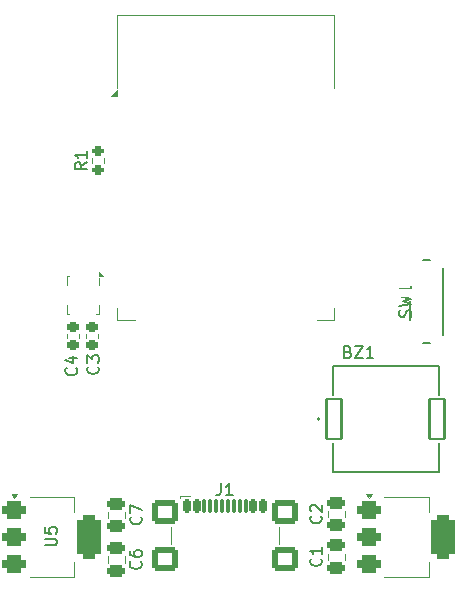
<source format=gbr>
%TF.GenerationSoftware,KiCad,Pcbnew,8.0.8-8.0.8-0~ubuntu24.04.1*%
%TF.CreationDate,2025-08-05T21:13:54-04:00*%
%TF.ProjectId,electronics,656c6563-7472-46f6-9e69-63732e6b6963,rev?*%
%TF.SameCoordinates,Original*%
%TF.FileFunction,Legend,Top*%
%TF.FilePolarity,Positive*%
%FSLAX46Y46*%
G04 Gerber Fmt 4.6, Leading zero omitted, Abs format (unit mm)*
G04 Created by KiCad (PCBNEW 8.0.8-8.0.8-0~ubuntu24.04.1) date 2025-08-05 21:13:54*
%MOMM*%
%LPD*%
G01*
G04 APERTURE LIST*
G04 Aperture macros list*
%AMRoundRect*
0 Rectangle with rounded corners*
0 $1 Rounding radius*
0 $2 $3 $4 $5 $6 $7 $8 $9 X,Y pos of 4 corners*
0 Add a 4 corners polygon primitive as box body*
4,1,4,$2,$3,$4,$5,$6,$7,$8,$9,$2,$3,0*
0 Add four circle primitives for the rounded corners*
1,1,$1+$1,$2,$3*
1,1,$1+$1,$4,$5*
1,1,$1+$1,$6,$7*
1,1,$1+$1,$8,$9*
0 Add four rect primitives between the rounded corners*
20,1,$1+$1,$2,$3,$4,$5,0*
20,1,$1+$1,$4,$5,$6,$7,0*
20,1,$1+$1,$6,$7,$8,$9,0*
20,1,$1+$1,$8,$9,$2,$3,0*%
G04 Aperture macros list end*
%ADD10C,0.150000*%
%ADD11C,0.152400*%
%ADD12C,0.120000*%
%ADD13C,0.100000*%
%ADD14C,0.127000*%
%ADD15C,0.200000*%
%ADD16R,1.498600X0.711200*%
%ADD17R,0.812800X0.990600*%
%ADD18RoundRect,0.375000X-0.625000X-0.375000X0.625000X-0.375000X0.625000X0.375000X-0.625000X0.375000X0*%
%ADD19RoundRect,0.500000X-0.500000X-1.400000X0.500000X-1.400000X0.500000X1.400000X-0.500000X1.400000X0*%
%ADD20R,0.250000X0.675000*%
%ADD21R,0.675000X0.250000*%
%ADD22R,1.500000X0.900000*%
%ADD23R,0.900000X1.500000*%
%ADD24C,0.600000*%
%ADD25R,3.900000X3.900000*%
%ADD26RoundRect,0.200000X0.275000X-0.200000X0.275000X0.200000X-0.275000X0.200000X-0.275000X-0.200000X0*%
%ADD27C,0.650000*%
%ADD28RoundRect,0.150000X-0.150000X-0.425000X0.150000X-0.425000X0.150000X0.425000X-0.150000X0.425000X0*%
%ADD29RoundRect,0.075000X-0.075000X-0.500000X0.075000X-0.500000X0.075000X0.500000X-0.075000X0.500000X0*%
%ADD30RoundRect,0.250000X-0.840000X-0.750000X0.840000X-0.750000X0.840000X0.750000X-0.840000X0.750000X0*%
%ADD31RoundRect,0.250000X0.475000X-0.250000X0.475000X0.250000X-0.475000X0.250000X-0.475000X-0.250000X0*%
%ADD32RoundRect,0.225000X-0.250000X0.225000X-0.250000X-0.225000X0.250000X-0.225000X0.250000X0.225000X0*%
%ADD33RoundRect,0.102000X-0.650000X-1.700000X0.650000X-1.700000X0.650000X1.700000X-0.650000X1.700000X0*%
G04 APERTURE END LIST*
D10*
X220661800Y-85673332D02*
X220709419Y-85530475D01*
X220709419Y-85530475D02*
X220709419Y-85292380D01*
X220709419Y-85292380D02*
X220661800Y-85197142D01*
X220661800Y-85197142D02*
X220614180Y-85149523D01*
X220614180Y-85149523D02*
X220518942Y-85101904D01*
X220518942Y-85101904D02*
X220423704Y-85101904D01*
X220423704Y-85101904D02*
X220328466Y-85149523D01*
X220328466Y-85149523D02*
X220280847Y-85197142D01*
X220280847Y-85197142D02*
X220233228Y-85292380D01*
X220233228Y-85292380D02*
X220185609Y-85482856D01*
X220185609Y-85482856D02*
X220137990Y-85578094D01*
X220137990Y-85578094D02*
X220090371Y-85625713D01*
X220090371Y-85625713D02*
X219995133Y-85673332D01*
X219995133Y-85673332D02*
X219899895Y-85673332D01*
X219899895Y-85673332D02*
X219804657Y-85625713D01*
X219804657Y-85625713D02*
X219757038Y-85578094D01*
X219757038Y-85578094D02*
X219709419Y-85482856D01*
X219709419Y-85482856D02*
X219709419Y-85244761D01*
X219709419Y-85244761D02*
X219757038Y-85101904D01*
X219709419Y-84768570D02*
X220709419Y-84530475D01*
X220709419Y-84530475D02*
X219995133Y-84339999D01*
X219995133Y-84339999D02*
X220709419Y-84149523D01*
X220709419Y-84149523D02*
X219709419Y-83911428D01*
X220709419Y-83006666D02*
X220709419Y-83578094D01*
X220709419Y-83292380D02*
X219709419Y-83292380D01*
X219709419Y-83292380D02*
X219852276Y-83387618D01*
X219852276Y-83387618D02*
X219947514Y-83482856D01*
X219947514Y-83482856D02*
X219995133Y-83578094D01*
X189694819Y-105001904D02*
X190504342Y-105001904D01*
X190504342Y-105001904D02*
X190599580Y-104954285D01*
X190599580Y-104954285D02*
X190647200Y-104906666D01*
X190647200Y-104906666D02*
X190694819Y-104811428D01*
X190694819Y-104811428D02*
X190694819Y-104620952D01*
X190694819Y-104620952D02*
X190647200Y-104525714D01*
X190647200Y-104525714D02*
X190599580Y-104478095D01*
X190599580Y-104478095D02*
X190504342Y-104430476D01*
X190504342Y-104430476D02*
X189694819Y-104430476D01*
X189694819Y-103478095D02*
X189694819Y-103954285D01*
X189694819Y-103954285D02*
X190171009Y-104001904D01*
X190171009Y-104001904D02*
X190123390Y-103954285D01*
X190123390Y-103954285D02*
X190075771Y-103859047D01*
X190075771Y-103859047D02*
X190075771Y-103620952D01*
X190075771Y-103620952D02*
X190123390Y-103525714D01*
X190123390Y-103525714D02*
X190171009Y-103478095D01*
X190171009Y-103478095D02*
X190266247Y-103430476D01*
X190266247Y-103430476D02*
X190504342Y-103430476D01*
X190504342Y-103430476D02*
X190599580Y-103478095D01*
X190599580Y-103478095D02*
X190647200Y-103525714D01*
X190647200Y-103525714D02*
X190694819Y-103620952D01*
X190694819Y-103620952D02*
X190694819Y-103859047D01*
X190694819Y-103859047D02*
X190647200Y-103954285D01*
X190647200Y-103954285D02*
X190599580Y-104001904D01*
X193224819Y-72571666D02*
X192748628Y-72904999D01*
X193224819Y-73143094D02*
X192224819Y-73143094D01*
X192224819Y-73143094D02*
X192224819Y-72762142D01*
X192224819Y-72762142D02*
X192272438Y-72666904D01*
X192272438Y-72666904D02*
X192320057Y-72619285D01*
X192320057Y-72619285D02*
X192415295Y-72571666D01*
X192415295Y-72571666D02*
X192558152Y-72571666D01*
X192558152Y-72571666D02*
X192653390Y-72619285D01*
X192653390Y-72619285D02*
X192701009Y-72666904D01*
X192701009Y-72666904D02*
X192748628Y-72762142D01*
X192748628Y-72762142D02*
X192748628Y-73143094D01*
X193224819Y-71619285D02*
X193224819Y-72190713D01*
X193224819Y-71904999D02*
X192224819Y-71904999D01*
X192224819Y-71904999D02*
X192367676Y-72000237D01*
X192367676Y-72000237D02*
X192462914Y-72095475D01*
X192462914Y-72095475D02*
X192510533Y-72190713D01*
X204596666Y-99749819D02*
X204596666Y-100464104D01*
X204596666Y-100464104D02*
X204549047Y-100606961D01*
X204549047Y-100606961D02*
X204453809Y-100702200D01*
X204453809Y-100702200D02*
X204310952Y-100749819D01*
X204310952Y-100749819D02*
X204215714Y-100749819D01*
X205596666Y-100749819D02*
X205025238Y-100749819D01*
X205310952Y-100749819D02*
X205310952Y-99749819D01*
X205310952Y-99749819D02*
X205215714Y-99892676D01*
X205215714Y-99892676D02*
X205120476Y-99987914D01*
X205120476Y-99987914D02*
X205025238Y-100035533D01*
X197799580Y-102576666D02*
X197847200Y-102624285D01*
X197847200Y-102624285D02*
X197894819Y-102767142D01*
X197894819Y-102767142D02*
X197894819Y-102862380D01*
X197894819Y-102862380D02*
X197847200Y-103005237D01*
X197847200Y-103005237D02*
X197751961Y-103100475D01*
X197751961Y-103100475D02*
X197656723Y-103148094D01*
X197656723Y-103148094D02*
X197466247Y-103195713D01*
X197466247Y-103195713D02*
X197323390Y-103195713D01*
X197323390Y-103195713D02*
X197132914Y-103148094D01*
X197132914Y-103148094D02*
X197037676Y-103100475D01*
X197037676Y-103100475D02*
X196942438Y-103005237D01*
X196942438Y-103005237D02*
X196894819Y-102862380D01*
X196894819Y-102862380D02*
X196894819Y-102767142D01*
X196894819Y-102767142D02*
X196942438Y-102624285D01*
X196942438Y-102624285D02*
X196990057Y-102576666D01*
X196894819Y-102243332D02*
X196894819Y-101576666D01*
X196894819Y-101576666D02*
X197894819Y-102005237D01*
X197789580Y-106356666D02*
X197837200Y-106404285D01*
X197837200Y-106404285D02*
X197884819Y-106547142D01*
X197884819Y-106547142D02*
X197884819Y-106642380D01*
X197884819Y-106642380D02*
X197837200Y-106785237D01*
X197837200Y-106785237D02*
X197741961Y-106880475D01*
X197741961Y-106880475D02*
X197646723Y-106928094D01*
X197646723Y-106928094D02*
X197456247Y-106975713D01*
X197456247Y-106975713D02*
X197313390Y-106975713D01*
X197313390Y-106975713D02*
X197122914Y-106928094D01*
X197122914Y-106928094D02*
X197027676Y-106880475D01*
X197027676Y-106880475D02*
X196932438Y-106785237D01*
X196932438Y-106785237D02*
X196884819Y-106642380D01*
X196884819Y-106642380D02*
X196884819Y-106547142D01*
X196884819Y-106547142D02*
X196932438Y-106404285D01*
X196932438Y-106404285D02*
X196980057Y-106356666D01*
X196884819Y-105499523D02*
X196884819Y-105689999D01*
X196884819Y-105689999D02*
X196932438Y-105785237D01*
X196932438Y-105785237D02*
X196980057Y-105832856D01*
X196980057Y-105832856D02*
X197122914Y-105928094D01*
X197122914Y-105928094D02*
X197313390Y-105975713D01*
X197313390Y-105975713D02*
X197694342Y-105975713D01*
X197694342Y-105975713D02*
X197789580Y-105928094D01*
X197789580Y-105928094D02*
X197837200Y-105880475D01*
X197837200Y-105880475D02*
X197884819Y-105785237D01*
X197884819Y-105785237D02*
X197884819Y-105594761D01*
X197884819Y-105594761D02*
X197837200Y-105499523D01*
X197837200Y-105499523D02*
X197789580Y-105451904D01*
X197789580Y-105451904D02*
X197694342Y-105404285D01*
X197694342Y-105404285D02*
X197456247Y-105404285D01*
X197456247Y-105404285D02*
X197361009Y-105451904D01*
X197361009Y-105451904D02*
X197313390Y-105499523D01*
X197313390Y-105499523D02*
X197265771Y-105594761D01*
X197265771Y-105594761D02*
X197265771Y-105785237D01*
X197265771Y-105785237D02*
X197313390Y-105880475D01*
X197313390Y-105880475D02*
X197361009Y-105928094D01*
X197361009Y-105928094D02*
X197456247Y-105975713D01*
X192339580Y-89956666D02*
X192387200Y-90004285D01*
X192387200Y-90004285D02*
X192434819Y-90147142D01*
X192434819Y-90147142D02*
X192434819Y-90242380D01*
X192434819Y-90242380D02*
X192387200Y-90385237D01*
X192387200Y-90385237D02*
X192291961Y-90480475D01*
X192291961Y-90480475D02*
X192196723Y-90528094D01*
X192196723Y-90528094D02*
X192006247Y-90575713D01*
X192006247Y-90575713D02*
X191863390Y-90575713D01*
X191863390Y-90575713D02*
X191672914Y-90528094D01*
X191672914Y-90528094D02*
X191577676Y-90480475D01*
X191577676Y-90480475D02*
X191482438Y-90385237D01*
X191482438Y-90385237D02*
X191434819Y-90242380D01*
X191434819Y-90242380D02*
X191434819Y-90147142D01*
X191434819Y-90147142D02*
X191482438Y-90004285D01*
X191482438Y-90004285D02*
X191530057Y-89956666D01*
X191768152Y-89099523D02*
X192434819Y-89099523D01*
X191387200Y-89337618D02*
X192101485Y-89575713D01*
X192101485Y-89575713D02*
X192101485Y-88956666D01*
X194169580Y-89856666D02*
X194217200Y-89904285D01*
X194217200Y-89904285D02*
X194264819Y-90047142D01*
X194264819Y-90047142D02*
X194264819Y-90142380D01*
X194264819Y-90142380D02*
X194217200Y-90285237D01*
X194217200Y-90285237D02*
X194121961Y-90380475D01*
X194121961Y-90380475D02*
X194026723Y-90428094D01*
X194026723Y-90428094D02*
X193836247Y-90475713D01*
X193836247Y-90475713D02*
X193693390Y-90475713D01*
X193693390Y-90475713D02*
X193502914Y-90428094D01*
X193502914Y-90428094D02*
X193407676Y-90380475D01*
X193407676Y-90380475D02*
X193312438Y-90285237D01*
X193312438Y-90285237D02*
X193264819Y-90142380D01*
X193264819Y-90142380D02*
X193264819Y-90047142D01*
X193264819Y-90047142D02*
X193312438Y-89904285D01*
X193312438Y-89904285D02*
X193360057Y-89856666D01*
X193264819Y-89523332D02*
X193264819Y-88904285D01*
X193264819Y-88904285D02*
X193645771Y-89237618D01*
X193645771Y-89237618D02*
X193645771Y-89094761D01*
X193645771Y-89094761D02*
X193693390Y-88999523D01*
X193693390Y-88999523D02*
X193741009Y-88951904D01*
X193741009Y-88951904D02*
X193836247Y-88904285D01*
X193836247Y-88904285D02*
X194074342Y-88904285D01*
X194074342Y-88904285D02*
X194169580Y-88951904D01*
X194169580Y-88951904D02*
X194217200Y-88999523D01*
X194217200Y-88999523D02*
X194264819Y-89094761D01*
X194264819Y-89094761D02*
X194264819Y-89380475D01*
X194264819Y-89380475D02*
X194217200Y-89475713D01*
X194217200Y-89475713D02*
X194169580Y-89523332D01*
X213039580Y-102506666D02*
X213087200Y-102554285D01*
X213087200Y-102554285D02*
X213134819Y-102697142D01*
X213134819Y-102697142D02*
X213134819Y-102792380D01*
X213134819Y-102792380D02*
X213087200Y-102935237D01*
X213087200Y-102935237D02*
X212991961Y-103030475D01*
X212991961Y-103030475D02*
X212896723Y-103078094D01*
X212896723Y-103078094D02*
X212706247Y-103125713D01*
X212706247Y-103125713D02*
X212563390Y-103125713D01*
X212563390Y-103125713D02*
X212372914Y-103078094D01*
X212372914Y-103078094D02*
X212277676Y-103030475D01*
X212277676Y-103030475D02*
X212182438Y-102935237D01*
X212182438Y-102935237D02*
X212134819Y-102792380D01*
X212134819Y-102792380D02*
X212134819Y-102697142D01*
X212134819Y-102697142D02*
X212182438Y-102554285D01*
X212182438Y-102554285D02*
X212230057Y-102506666D01*
X212230057Y-102125713D02*
X212182438Y-102078094D01*
X212182438Y-102078094D02*
X212134819Y-101982856D01*
X212134819Y-101982856D02*
X212134819Y-101744761D01*
X212134819Y-101744761D02*
X212182438Y-101649523D01*
X212182438Y-101649523D02*
X212230057Y-101601904D01*
X212230057Y-101601904D02*
X212325295Y-101554285D01*
X212325295Y-101554285D02*
X212420533Y-101554285D01*
X212420533Y-101554285D02*
X212563390Y-101601904D01*
X212563390Y-101601904D02*
X213134819Y-102173332D01*
X213134819Y-102173332D02*
X213134819Y-101554285D01*
X213049580Y-106116666D02*
X213097200Y-106164285D01*
X213097200Y-106164285D02*
X213144819Y-106307142D01*
X213144819Y-106307142D02*
X213144819Y-106402380D01*
X213144819Y-106402380D02*
X213097200Y-106545237D01*
X213097200Y-106545237D02*
X213001961Y-106640475D01*
X213001961Y-106640475D02*
X212906723Y-106688094D01*
X212906723Y-106688094D02*
X212716247Y-106735713D01*
X212716247Y-106735713D02*
X212573390Y-106735713D01*
X212573390Y-106735713D02*
X212382914Y-106688094D01*
X212382914Y-106688094D02*
X212287676Y-106640475D01*
X212287676Y-106640475D02*
X212192438Y-106545237D01*
X212192438Y-106545237D02*
X212144819Y-106402380D01*
X212144819Y-106402380D02*
X212144819Y-106307142D01*
X212144819Y-106307142D02*
X212192438Y-106164285D01*
X212192438Y-106164285D02*
X212240057Y-106116666D01*
X213144819Y-105164285D02*
X213144819Y-105735713D01*
X213144819Y-105449999D02*
X212144819Y-105449999D01*
X212144819Y-105449999D02*
X212287676Y-105545237D01*
X212287676Y-105545237D02*
X212382914Y-105640475D01*
X212382914Y-105640475D02*
X212430533Y-105735713D01*
X215356547Y-88596009D02*
X215499404Y-88643628D01*
X215499404Y-88643628D02*
X215547023Y-88691247D01*
X215547023Y-88691247D02*
X215594642Y-88786485D01*
X215594642Y-88786485D02*
X215594642Y-88929342D01*
X215594642Y-88929342D02*
X215547023Y-89024580D01*
X215547023Y-89024580D02*
X215499404Y-89072200D01*
X215499404Y-89072200D02*
X215404166Y-89119819D01*
X215404166Y-89119819D02*
X215023214Y-89119819D01*
X215023214Y-89119819D02*
X215023214Y-88119819D01*
X215023214Y-88119819D02*
X215356547Y-88119819D01*
X215356547Y-88119819D02*
X215451785Y-88167438D01*
X215451785Y-88167438D02*
X215499404Y-88215057D01*
X215499404Y-88215057D02*
X215547023Y-88310295D01*
X215547023Y-88310295D02*
X215547023Y-88405533D01*
X215547023Y-88405533D02*
X215499404Y-88500771D01*
X215499404Y-88500771D02*
X215451785Y-88548390D01*
X215451785Y-88548390D02*
X215356547Y-88596009D01*
X215356547Y-88596009D02*
X215023214Y-88596009D01*
X215927976Y-88119819D02*
X216594642Y-88119819D01*
X216594642Y-88119819D02*
X215927976Y-89119819D01*
X215927976Y-89119819D02*
X216594642Y-89119819D01*
X217499404Y-89119819D02*
X216927976Y-89119819D01*
X217213690Y-89119819D02*
X217213690Y-88119819D01*
X217213690Y-88119819D02*
X217118452Y-88262676D01*
X217118452Y-88262676D02*
X217023214Y-88357914D01*
X217023214Y-88357914D02*
X216927976Y-88405533D01*
D11*
%TO.C,SW1*%
X222315459Y-87819800D02*
X221693741Y-87819800D01*
X220577600Y-85901663D02*
X220577600Y-84278340D01*
X223422399Y-81518060D02*
X223422399Y-87161940D01*
X221693741Y-80860200D02*
X222315459Y-80860200D01*
D12*
%TO.C,U5*%
X188390000Y-100867500D02*
X192150000Y-100867500D01*
X188390000Y-107687500D02*
X192150000Y-107687500D01*
X192150000Y-100867500D02*
X192150000Y-102127500D01*
X192150000Y-107687500D02*
X192150000Y-106427500D01*
X187110000Y-100967500D02*
X186870000Y-100637500D01*
X187350000Y-100637500D01*
X187110000Y-100967500D01*
G36*
X187110000Y-100967500D02*
G01*
X186870000Y-100637500D01*
X187350000Y-100637500D01*
X187110000Y-100967500D01*
G37*
%TO.C,U3*%
X218420000Y-100867500D02*
X222180000Y-100867500D01*
X218420000Y-107687500D02*
X222180000Y-107687500D01*
X222180000Y-100867500D02*
X222180000Y-102127500D01*
X222180000Y-107687500D02*
X222180000Y-106427500D01*
X217140000Y-100967500D02*
X216900000Y-100637500D01*
X217380000Y-100637500D01*
X217140000Y-100967500D01*
G36*
X217140000Y-100967500D02*
G01*
X216900000Y-100637500D01*
X217380000Y-100637500D01*
X217140000Y-100967500D01*
G37*
D13*
%TO.C,U2*%
X191552500Y-82197500D02*
X191772500Y-82197500D01*
X191552500Y-82197500D02*
X191552500Y-82917500D01*
X194252500Y-82397500D02*
X194252500Y-82917500D01*
X194252500Y-84677500D02*
X194252500Y-85397500D01*
X194252500Y-85397500D02*
X194032500Y-85397500D01*
X191772500Y-85397500D02*
X191552500Y-85397500D01*
X191552500Y-85397500D02*
X191552500Y-84677500D01*
X194612500Y-82197500D02*
X194252500Y-82197500D01*
X194252500Y-81837500D01*
X194612500Y-82197500D01*
G36*
X194612500Y-82197500D02*
G01*
X194252500Y-82197500D01*
X194252500Y-81837500D01*
X194612500Y-82197500D01*
G37*
D12*
%TO.C,U1*%
X195790000Y-60070000D02*
X195790000Y-66270000D01*
X195790000Y-60070000D02*
X214190000Y-60070000D01*
X195790000Y-84920000D02*
X195790000Y-85920000D01*
X195790000Y-85920000D02*
X197290000Y-85920000D01*
X214190000Y-60070000D02*
X214190000Y-66270000D01*
X214190000Y-85920000D02*
X212690000Y-85920000D01*
X214190000Y-85920000D02*
X214190000Y-84920000D01*
X195790000Y-66945000D02*
X195290000Y-66945000D01*
X195790000Y-66445000D01*
X195790000Y-66945000D01*
G36*
X195790000Y-66945000D02*
G01*
X195290000Y-66945000D01*
X195790000Y-66445000D01*
X195790000Y-66945000D01*
G37*
%TO.C,R1*%
X194722500Y-72642258D02*
X194722500Y-72167742D01*
X193677500Y-72642258D02*
X193677500Y-72167742D01*
%TO.C,J1*%
X200350000Y-104875000D02*
X200350000Y-103465000D01*
X201170000Y-100795000D02*
X201170000Y-100945000D01*
X201970000Y-100795000D02*
X201170000Y-100795000D01*
X209510000Y-104875000D02*
X209510000Y-103465000D01*
%TO.C,C7*%
X195015000Y-102661252D02*
X195015000Y-102138748D01*
X196485000Y-102661252D02*
X196485000Y-102138748D01*
%TO.C,C6*%
X194995000Y-106451252D02*
X194995000Y-105928748D01*
X196465000Y-106451252D02*
X196465000Y-105928748D01*
%TO.C,C4*%
X191560000Y-87119420D02*
X191560000Y-87400580D01*
X192580000Y-87119420D02*
X192580000Y-87400580D01*
%TO.C,C3*%
X193190000Y-87134420D02*
X193190000Y-87415580D01*
X194210000Y-87134420D02*
X194210000Y-87415580D01*
%TO.C,C2*%
X215095000Y-102601252D02*
X215095000Y-102078748D01*
X213625000Y-102601252D02*
X213625000Y-102078748D01*
%TO.C,C1*%
X215105000Y-106211252D02*
X215105000Y-105688748D01*
X213635000Y-106211252D02*
X213635000Y-105688748D01*
D14*
%TO.C,BZ1*%
X214062500Y-89800000D02*
X223062500Y-89800000D01*
X214062500Y-92280000D02*
X214062500Y-89800000D01*
X214062500Y-98800000D02*
X214062500Y-96320000D01*
X223062500Y-89800000D02*
X223062500Y-92280000D01*
X223062500Y-96320000D02*
X223062500Y-98800000D01*
X223062500Y-98800000D02*
X214062500Y-98800000D01*
D15*
X212962500Y-94300000D02*
G75*
G02*
X212762500Y-94300000I-100000J0D01*
G01*
X212762500Y-94300000D02*
G75*
G02*
X212962500Y-94300000I100000J0D01*
G01*
%TD*%
%LPC*%
D16*
%TO.C,SW1*%
X220254600Y-86590003D03*
X220254600Y-83590000D03*
X220254600Y-82090000D03*
D17*
X220954601Y-87990000D03*
X220954601Y-80690000D03*
X223054599Y-87989980D03*
X223054599Y-80690020D03*
%TD*%
D18*
%TO.C,U5*%
X187090000Y-101977500D03*
X187090000Y-104277500D03*
D19*
X193390000Y-104277500D03*
D18*
X187090000Y-106577500D03*
%TD*%
%TO.C,U3*%
X217120000Y-101977500D03*
X217120000Y-104277500D03*
D19*
X223420000Y-104277500D03*
D18*
X217120000Y-106577500D03*
%TD*%
D20*
%TO.C,U2*%
X193652500Y-82535000D03*
X193152500Y-82535000D03*
X192652500Y-82535000D03*
X192152500Y-82535000D03*
D21*
X191890000Y-83297500D03*
X191890000Y-83797500D03*
X191890000Y-84297500D03*
D20*
X192152500Y-85060000D03*
X192652500Y-85060000D03*
X193152500Y-85060000D03*
X193652500Y-85060000D03*
D21*
X193915000Y-84297500D03*
X193915000Y-83797500D03*
X193915000Y-83297500D03*
%TD*%
D22*
%TO.C,U1*%
X196240000Y-67710000D03*
X196240000Y-68980000D03*
X196240000Y-70250000D03*
X196240000Y-71520000D03*
X196240000Y-72790000D03*
X196240000Y-74060000D03*
X196240000Y-75330000D03*
X196240000Y-76600000D03*
X196240000Y-77870000D03*
X196240000Y-79140000D03*
X196240000Y-80410000D03*
X196240000Y-81680000D03*
X196240000Y-82950000D03*
X196240000Y-84220000D03*
D23*
X198005000Y-85470000D03*
X199275000Y-85470000D03*
X200545000Y-85470000D03*
X201815000Y-85470000D03*
X203085000Y-85470000D03*
X204355000Y-85470000D03*
X205625000Y-85470000D03*
X206895000Y-85470000D03*
X208165000Y-85470000D03*
X209435000Y-85470000D03*
X210705000Y-85470000D03*
X211975000Y-85470000D03*
D22*
X213740000Y-84220000D03*
X213740000Y-82950000D03*
X213740000Y-81680000D03*
X213740000Y-80410000D03*
X213740000Y-79140000D03*
X213740000Y-77870000D03*
X213740000Y-76600000D03*
X213740000Y-75330000D03*
X213740000Y-74060000D03*
X213740000Y-72790000D03*
X213740000Y-71520000D03*
X213740000Y-70250000D03*
X213740000Y-68980000D03*
X213740000Y-67710000D03*
D24*
X202090000Y-74730000D03*
X202090000Y-76130000D03*
X202790000Y-74030000D03*
X202790000Y-75430000D03*
X202790000Y-76830000D03*
X203490000Y-74730000D03*
D25*
X203490000Y-75430000D03*
D24*
X203490000Y-76130000D03*
X204190000Y-74030000D03*
X204190000Y-75430000D03*
X204190000Y-76830000D03*
X204890000Y-74730000D03*
X204890000Y-76130000D03*
%TD*%
D26*
%TO.C,R1*%
X194200000Y-73230000D03*
X194200000Y-71580000D03*
%TD*%
D27*
%TO.C,J1*%
X202040000Y-102705000D03*
X207820000Y-102705000D03*
D28*
X201730000Y-101630000D03*
X202530000Y-101630000D03*
D29*
X203680000Y-101630000D03*
X204680000Y-101630000D03*
X205180000Y-101630000D03*
X206180000Y-101630000D03*
D28*
X207330000Y-101630000D03*
X208130000Y-101630000D03*
X208130000Y-101630000D03*
X207330000Y-101630000D03*
D29*
X206680000Y-101630000D03*
X205680000Y-101630000D03*
X204180000Y-101630000D03*
X203180000Y-101630000D03*
D28*
X202530000Y-101630000D03*
X201730000Y-101630000D03*
D30*
X199820000Y-102205000D03*
X199820000Y-106135000D03*
X210040000Y-102205000D03*
X210040000Y-106135000D03*
%TD*%
D31*
%TO.C,C7*%
X195750000Y-101450000D03*
X195750000Y-103350000D03*
%TD*%
%TO.C,C6*%
X195730000Y-105240000D03*
X195730000Y-107140000D03*
%TD*%
D32*
%TO.C,C4*%
X192070000Y-86485000D03*
X192070000Y-88035000D03*
%TD*%
%TO.C,C3*%
X193700000Y-86500000D03*
X193700000Y-88050000D03*
%TD*%
D31*
%TO.C,C2*%
X214360000Y-103290000D03*
X214360000Y-101390000D03*
%TD*%
%TO.C,C1*%
X214370000Y-106900000D03*
X214370000Y-105000000D03*
%TD*%
D33*
%TO.C,BZ1*%
X214212500Y-94300000D03*
X222912500Y-94300000D03*
%TD*%
%LPD*%
M02*

</source>
